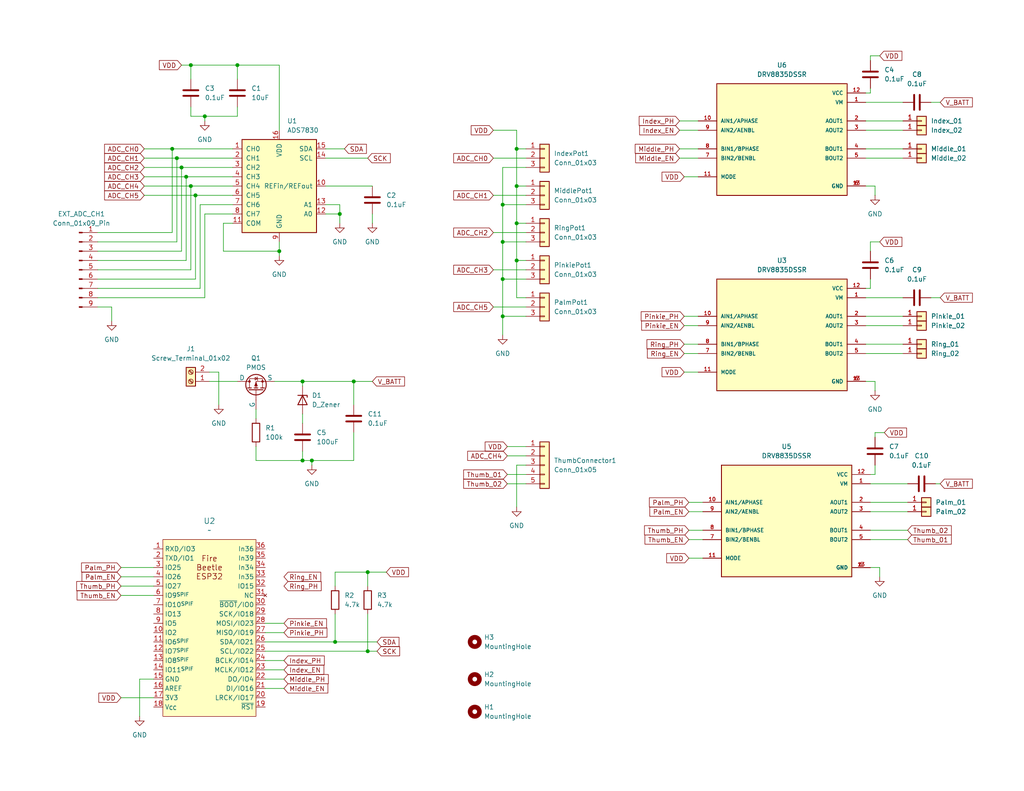
<source format=kicad_sch>
(kicad_sch (version 20250114) (generator "eeschema") (generator_version "9.0")
  (paper "USLetter")
  (title_block (title "RoboticHand") (date "10/16/2025") (rev "01") (company "ME507"))
  (lib_symbols
    (symbol "Analog_DAC:ADS7830" (pin_names (offset 1.016))
      (property "Reference" "U" (at -10.16 13.716 0))
      (property "Value" "ADS7830" (at 1.778 13.716 0))
      (symbol "ADS7830_0_1"
        (rectangle (start -10.16 12.7) (end 10.16 -12.7) (stroke (width 0.254)) (fill (type background)))
      )
      (symbol "ADS7830_1_1"
        (pin input line (at -12.7 10.16 0) (length 2.54) (name "CH0") (number "1"))
        (pin input line (at -12.7 7.62 0) (length 2.54) (name "CH1") (number "2"))
        (pin input line (at -12.7 5.08 0) (length 2.54) (name "CH2") (number "3"))
        (pin input line (at -12.7 2.54 0) (length 2.54) (name "CH3") (number "4"))
        (pin input line (at -12.7 0 0) (length 2.54) (name "CH4") (number "5"))
        (pin input line (at -12.7 -2.54 0) (length 2.54) (name "CH5") (number "6"))
        (pin input line (at -12.7 -5.08 0) (length 2.54) (name "CH6") (number "7"))
        (pin input line (at -12.7 -7.62 0) (length 2.54) (name "CH7") (number "8"))
        (pin input line (at -12.7 -10.16 0) (length 2.54) (name "COM") (number "11"))
        (pin power_in line (at 0 15.24 270) (length 2.54) (name "VDD") (number "16"))
        (pin power_in line (at 0 -15.24 90) (length 2.54) (name "GND") (number "9"))
        (pin bidirectional line (at 12.7 10.16 180) (length 2.54) (name "SDA") (number "15"))
        (pin input line (at 12.7 7.62 180) (length 2.54) (name "SCL") (number "14"))
        (pin bidirectional line (at 12.7 0 180) (length 2.54) (name "REFin/REFout") (number "10"))
        (pin input line (at 12.7 -5.08 180) (length 2.54) (name "A1") (number "13"))
        (pin input line (at 12.7 -7.62 180) (length 2.54) (name "A0") (number "12"))
      )
    )
    (symbol "Connector:Conn_01x09_Pin" (pin_names (offset 1.016) (hide yes))
      (property "Reference" "J" (at 0 12.7 0))
      (property "Value" "Conn_01x09_Pin" (at 0 -12.7 0))
      (symbol "Conn_01x09_Pin_1_1"
        (rectangle (start 0.8636 10.287) (end 0 10.033) (stroke (width 0.1524)) (fill (type outline)))
        (rectangle (start 0.8636 7.747) (end 0 7.493) (stroke (width 0.1524)) (fill (type outline)))
        (rectangle (start 0.8636 5.207) (end 0 4.953) (stroke (width 0.1524)) (fill (type outline)))
        (rectangle (start 0.8636 2.667) (end 0 2.413) (stroke (width 0.1524)) (fill (type outline)))
        (rectangle (start 0.8636 0.127) (end 0 -0.127) (stroke (width 0.1524)) (fill (type outline)))
        (rectangle (start 0.8636 -2.413) (end 0 -2.667) (stroke (width 0.1524)) (fill (type outline)))
        (rectangle (start 0.8636 -4.953) (end 0 -5.207) (stroke (width 0.1524)) (fill (type outline)))
        (rectangle (start 0.8636 -7.493) (end 0 -7.747) (stroke (width 0.1524)) (fill (type outline)))
        (rectangle (start 0.8636 -10.033) (end 0 -10.287) (stroke (width 0.1524)) (fill (type outline)))
        (polyline (pts (xy 1.27 10.16) (xy 0.8636 10.16)) (stroke (width 0.1524)))
        (polyline (pts (xy 1.27 7.62) (xy 0.8636 7.62)) (stroke (width 0.1524)))
        (polyline (pts (xy 1.27 5.08) (xy 0.8636 5.08)) (stroke (width 0.1524)))
        (polyline (pts (xy 1.27 2.54) (xy 0.8636 2.54)) (stroke (width 0.1524)))
        (polyline (pts (xy 1.27 0) (xy 0.8636 0)) (stroke (width 0.1524)))
        (polyline (pts (xy 1.27 -2.54) (xy 0.8636 -2.54)) (stroke (width 0.1524)))
        (polyline (pts (xy 1.27 -5.08) (xy 0.8636 -5.08)) (stroke (width 0.1524)))
        (polyline (pts (xy 1.27 -7.62) (xy 0.8636 -7.62)) (stroke (width 0.1524)))
        (polyline (pts (xy 1.27 -10.16) (xy 0.8636 -10.16)) (stroke (width 0.1524)))
        (pin passive line (at 5.08 10.16 180) (length 3.81) (name "Pin_1") (number "1"))
        (pin passive line (at 5.08 7.62 180) (length 3.81) (name "Pin_2") (number "2"))
        (pin passive line (at 5.08 5.08 180) (length 3.81) (name "Pin_3") (number "3"))
        (pin passive line (at 5.08 2.54 180) (length 3.81) (name "Pin_4") (number "4"))
        (pin passive line (at 5.08 0 180) (length 3.81) (name "Pin_5") (number "5"))
        (pin passive line (at 5.08 -2.54 180) (length 3.81) (name "Pin_6") (number "6"))
        (pin passive line (at 5.08 -5.08 180) (length 3.81) (name "Pin_7") (number "7"))
        (pin passive line (at 5.08 -7.62 180) (length 3.81) (name "Pin_8") (number "8"))
        (pin passive line (at 5.08 -10.16 180) (length 3.81) (name "Pin_9") (number "9"))
      )
    )
    (symbol "Connector:Screw_Terminal_01x02" (pin_names (offset 1.016) (hide yes))
      (property "Reference" "J" (at 0 2.54 0))
      (property "Value" "Screw_Terminal_01x02" (at 0 -5.08 0))
      (symbol "Screw_Terminal_01x02_1_1"
        (rectangle (start -1.27 1.27) (end 1.27 -3.81) (stroke (width 0.254)) (fill (type background)))
        (polyline (pts (xy -0.5334 0.3302) (xy 0.3302 -0.508)) (stroke (width 0.1524)))
        (polyline (pts (xy -0.5334 -2.2098) (xy 0.3302 -3.048)) (stroke (width 0.1524)))
        (polyline (pts (xy -0.3556 0.508) (xy 0.508 -0.3302)) (stroke (width 0.1524)))
        (polyline (pts (xy -0.3556 -2.032) (xy 0.508 -2.8702)) (stroke (width 0.1524)))
        (circle (center 0 0) (radius 0.635) (stroke (width 0.1524)))
        (circle (center 0 -2.54) (radius 0.635) (stroke (width 0.1524)))
        (pin passive line (at -5.08 0 0) (length 3.81) (name "Pin_1") (number "1"))
        (pin passive line (at -5.08 -2.54 0) (length 3.81) (name "Pin_2") (number "2"))
      )
    )
    (symbol "Connector_Generic:Conn_01x01" (pin_names (offset 1.016) (hide yes))
      (property "Reference" "J" (at 0 2.54 0))
      (property "Value" "Conn_01x01" (at 0 -2.54 0))
      (symbol "Conn_01x01_1_1"
        (rectangle (start -1.27 1.27) (end 1.27 -1.27) (stroke (width 0.254)) (fill (type background)))
        (rectangle (start -1.27 0.127) (end 0 -0.127) (stroke (width 0.1524)))
        (pin passive line (at -5.08 0 0) (length 3.81) (name "Pin_1") (number "1"))
      )
    )
    (symbol "Connector_Generic:Conn_01x03" (pin_names (offset 1.016) (hide yes))
      (property "Reference" "J" (at 0 5.08 0))
      (property "Value" "Conn_01x03" (at 0 -5.08 0))
      (symbol "Conn_01x03_1_1"
        (rectangle (start -1.27 3.81) (end 1.27 -3.81) (stroke (width 0.254)) (fill (type background)))
        (rectangle (start -1.27 2.667) (end 0 2.413) (stroke (width 0.1524)))
        (rectangle (start -1.27 0.127) (end 0 -0.127) (stroke (width 0.1524)))
        (rectangle (start -1.27 -2.413) (end 0 -2.667) (stroke (width 0.1524)))
        (pin passive line (at -5.08 2.54 0) (length 3.81) (name "Pin_1") (number "1"))
        (pin passive line (at -5.08 0 0) (length 3.81) (name "Pin_2") (number "2"))
        (pin passive line (at -5.08 -2.54 0) (length 3.81) (name "Pin_3") (number "3"))
      )
    )
    (symbol "Connector_Generic:Conn_01x05" (pin_names (offset 1.016) (hide yes))
      (property "Reference" "J" (at 0 7.62 0))
      (property "Value" "Conn_01x05" (at 0 -7.62 0))
      (symbol "Conn_01x05_1_1"
        (rectangle (start -1.27 6.35) (end 1.27 -6.35) (stroke (width 0.254)) (fill (type background)))
        (rectangle (start -1.27 5.207) (end 0 4.953) (stroke (width 0.1524)))
        (rectangle (start -1.27 2.667) (end 0 2.413) (stroke (width 0.1524)))
        (rectangle (start -1.27 0.127) (end 0 -0.127) (stroke (width 0.1524)))
        (rectangle (start -1.27 -2.413) (end 0 -2.667) (stroke (width 0.1524)))
        (rectangle (start -1.27 -4.953) (end 0 -5.207) (stroke (width 0.1524)))
        (pin passive line (at -5.08 5.08 0) (length 3.81) (name "Pin_1") (number "1"))
        (pin passive line (at -5.08 2.54 0) (length 3.81) (name "Pin_2") (number "2"))
        (pin passive line (at -5.08 0 0) (length 3.81) (name "Pin_3") (number "3"))
        (pin passive line (at -5.08 -2.54 0) (length 3.81) (name "Pin_4") (number "4"))
        (pin passive line (at -5.08 -5.08 0) (length 3.81) (name "Pin_5") (number "5"))
      )
    )
    (symbol "DRV8835DSSR:DRV8835DSSR" (pin_names (offset 1.016))
      (property "Reference" "U" (at -17.78 15.748 0))
      (property "Value" "DRV8835DSSR" (at -17.78 -17.78 0))
      (symbol "DRV8835DSSR_0_0"
        (rectangle (start -17.78 -15.24) (end 17.78 15.24) (stroke (width 0.254)) (fill (type background)))
        (pin input line (at -22.86 5.08 0) (length 5.08) (name "AIN1/APHASE") (number "10"))
        (pin input line (at -22.86 2.54 0) (length 5.08) (name "AIN2/AENBL") (number "9"))
        (pin input line (at -22.86 -2.54 0) (length 5.08) (name "BIN1/BPHASE") (number "8"))
        (pin input line (at -22.86 -5.08 0) (length 5.08) (name "BIN2/BENBL") (number "7"))
        (pin input line (at -22.86 -10.16 0) (length 5.08) (name "MODE") (number "11"))
        (pin power_in line (at 22.86 12.7 180) (length 5.08) (name "VCC") (number "12"))
        (pin power_in line (at 22.86 10.16 180) (length 5.08) (name "VM") (number "1"))
        (pin output line (at 22.86 5.08 180) (length 5.08) (name "AOUT1") (number "2"))
        (pin output line (at 22.86 2.54 180) (length 5.08) (name "AOUT2") (number "3"))
        (pin output line (at 22.86 -2.54 180) (length 5.08) (name "BOUT1") (number "4"))
        (pin output line (at 22.86 -5.08 180) (length 5.08) (name "BOUT2") (number "5"))
        (pin power_in line (at 22.86 -12.7 180) (length 5.08) (name "GND") (number "13"))
        (pin power_in line (at 22.86 -12.7 180) (length 5.08) (name "GND") (number "6"))
      )
    )
    (symbol "Device:C" (pin_numbers (hide yes)) (pin_names (offset 0.254))
      (property "Reference" "C" (at 0.635 2.54 0))
      (property "Value" "C" (at 0.635 -2.54 0))
      (symbol "C_0_1"
        (polyline (pts (xy -2.032 0.762) (xy 2.032 0.762)) (stroke (width 0.508)))
        (polyline (pts (xy -2.032 -0.762) (xy 2.032 -0.762)) (stroke (width 0.508)))
      )
      (symbol "C_1_1"
        (pin passive line (at 0 3.81 270) (length 2.794) (name "~") (number "1"))
        (pin passive line (at 0 -3.81 90) (length 2.794) (name "~") (number "2"))
      )
    )
    (symbol "Device:D_Zener" (pin_numbers (hide yes)) (pin_names (offset 1.016) (hide yes))
      (property "Reference" "D" (at 0 2.54 0))
      (property "Value" "D_Zener" (at 0 -2.54 0))
      (symbol "D_Zener_0_1"
        (polyline (pts (xy -1.27 -1.27) (xy -1.27 1.27) (xy -0.762 1.27)) (stroke (width 0.254)))
        (polyline (pts (xy 1.27 0) (xy -1.27 0)))
        (polyline (pts (xy 1.27 -1.27) (xy 1.27 1.27) (xy -1.27 0) (xy 1.27 -1.27)) (stroke (width 0.254)))
      )
      (symbol "D_Zener_1_1"
        (pin passive line (at -3.81 0 0) (length 2.54) (name "K") (number "1"))
        (pin passive line (at 3.81 0 180) (length 2.54) (name "A") (number "2"))
      )
    )
    (symbol "Device:R" (pin_numbers (hide yes)) (pin_names (offset 0))
      (property "Reference" "R" (at 2.032 0 90))
      (property "Value" "R" (at 0 0 90))
      (symbol "R_0_1"
        (rectangle (start -1.016 -2.54) (end 1.016 2.54) (stroke (width 0.254)))
      )
      (symbol "R_1_1"
        (pin passive line (at 0 3.81 270) (length 1.27) (name "~") (number "1"))
        (pin passive line (at 0 -3.81 90) (length 1.27) (name "~") (number "2"))
      )
    )
    (symbol "ME507F24:FireBeetle-ESP32"
      (property "Reference" "U" (at -2.2226 9.1862 0))
      (symbol "FireBeetle-ESP32_1_1"
        (polyline (pts (xy -12.7 22.86) (xy 12.7 22.86) (xy 12.7 -25.4) (xy -12.7 -25.4) (xy -12.7 22.86)) (fill (type background)))
        (text "Fire\nBeetle\nESP32" (at 0 15.24 0) (effects (font (size 1.524 1.524))))
        (pin bidirectional line (at -15.24 20.32 0) (length 2.54) (name "RXD/IO3") (number "1"))
        (pin bidirectional line (at -15.24 17.78 0) (length 2.54) (name "TXD/IO1") (number "2"))
        (pin bidirectional line (at -15.24 15.24 0) (length 2.54) (name "IO25") (number "3"))
        (pin bidirectional line (at -15.24 12.7 0) (length 2.54) (name "IO26") (number "4"))
        (pin bidirectional line (at -15.24 10.16 0) (length 2.54) (name "IO27") (number "5"))
        (pin unspecified line (at -15.24 7.62 0) (length 2.54) (name "IO9^{SPIF}") (number "6"))
        (pin unspecified line (at -15.24 5.08 0) (length 2.54) (name "IO10^{SPIF}") (number "7"))
        (pin bidirectional line (at -15.24 2.54 0) (length 2.54) (name "IO13") (number "8"))
        (pin bidirectional line (at -15.24 0 0) (length 2.54) (name "IO5") (number "9"))
        (pin bidirectional line (at -15.24 -2.54 0) (length 2.54) (name "IO2") (number "10"))
        (pin unspecified line (at -15.24 -5.08 0) (length 2.54) (name "IO6^{SPIF}") (number "11"))
        (pin unspecified line (at -15.24 -7.62 0) (length 2.54) (name "IO7^{SPIF}") (number "12"))
        (pin unspecified line (at -15.24 -10.16 0) (length 2.54) (name "IO8^{SPIF}") (number "13"))
        (pin unspecified line (at -15.24 -12.7 0) (length 2.54) (name "IO11^{SPIF}") (number "14"))
        (pin power_in line (at -15.24 -15.24 0) (length 2.54) (name "GND") (number "15"))
        (pin input line (at -15.24 -17.78 0) (length 2.54) (name "AREF") (number "16"))
        (pin power_out line (at -15.24 -20.32 0) (length 2.54) (name "3V3") (number "17"))
        (pin unspecified line (at -15.24 -22.86 0) (length 2.54) (name "V_{CC}") (number "18"))
        (pin input line (at 15.24 20.32 180) (length 2.54) (name "In36") (number "36"))
        (pin input line (at 15.24 17.78 180) (length 2.54) (name "In39") (number "35"))
        (pin input line (at 15.24 15.24 180) (length 2.54) (name "In34") (number "34"))
        (pin input line (at 15.24 12.7 180) (length 2.54) (name "In35") (number "33"))
        (pin bidirectional line (at 15.24 10.16 180) (length 2.54) (name "IO15") (number "32"))
        (pin no_connect line (at 15.24 7.62 180) (length 2.54) (name "NC") (number "31"))
        (pin bidirectional line (at 15.24 5.08 180) (length 2.54) (name "~{BOOT}/IO0") (number "30"))
        (pin bidirectional line (at 15.24 2.54 180) (length 2.54) (name "SCK/IO18") (number "29"))
        (pin bidirectional line (at 15.24 0 180) (length 2.54) (name "MOSI/IO23") (number "28"))
        (pin bidirectional line (at 15.24 -2.54 180) (length 2.54) (name "MISO/IO19") (number "27"))
        (pin bidirectional line (at 15.24 -5.08 180) (length 2.54) (name "SDA/IO21") (number "26"))
        (pin bidirectional line (at 15.24 -7.62 180) (length 2.54) (name "SCL/IO22") (number "25"))
        (pin bidirectional line (at 15.24 -10.16 180) (length 2.54) (name "BCLK/IO14") (number "24"))
        (pin bidirectional line (at 15.24 -12.7 180) (length 2.54) (name "MCLK/IO12") (number "23"))
        (pin bidirectional line (at 15.24 -15.24 180) (length 2.54) (name "DO/IO4") (number "22"))
        (pin bidirectional line (at 15.24 -17.78 180) (length 2.54) (name "DI/IO16") (number "21"))
        (pin bidirectional line (at 15.24 -20.32 180) (length 2.54) (name "LRCK/IO17") (number "20"))
        (pin bidirectional line (at 15.24 -22.86 180) (length 2.54) (name "~{RST}") (number "19"))
      )
    )
    (symbol "Mechanical:MountingHole" (pin_names (offset 1.016)) (in_bom no)
      (property "Reference" "H" (at 0 5.08 0))
      (property "Value" "MountingHole" (at 0 3.175 0))
      (symbol "MountingHole_0_1"
        (circle (center 0 0) (radius 1.27) (stroke (width 1.27)))
      )
    )
    (symbol "Simulation_SPICE:PMOS" (pin_numbers (hide yes)) (pin_names (offset 0))
      (property "Reference" "Q" (at 5.08 1.27 0))
      (property "Value" "PMOS" (at 5.08 -1.27 0))
      (symbol "PMOS_0_1"
        (polyline (pts (xy 0.254 1.905) (xy 0.254 -1.905)) (stroke (width 0.254)))
        (polyline (pts (xy 0.254 0) (xy -2.54 0)))
        (polyline (pts (xy 0.762 2.286) (xy 0.762 1.27)) (stroke (width 0.254)))
        (polyline (pts (xy 0.762 1.778) (xy 3.302 1.778) (xy 3.302 -1.778) (xy 0.762 -1.778)))
        (polyline (pts (xy 0.762 0.508) (xy 0.762 -0.508)) (stroke (width 0.254)))
        (polyline (pts (xy 0.762 -1.27) (xy 0.762 -2.286)) (stroke (width 0.254)))
        (circle (center 1.651 0) (radius 2.794) (stroke (width 0.254)))
        (polyline (pts (xy 2.286 0) (xy 1.27 0.381) (xy 1.27 -0.381) (xy 2.286 0)) (fill (type outline)))
        (polyline (pts (xy 2.54 2.54) (xy 2.54 1.778)))
        (circle (center 2.54 1.778) (radius 0.254) (fill (type outline)))
        (circle (center 2.54 -1.778) (radius 0.254) (fill (type outline)))
        (polyline (pts (xy 2.54 -2.54) (xy 2.54 0) (xy 0.762 0)))
        (polyline (pts (xy 2.794 -0.508) (xy 2.921 -0.381) (xy 3.683 -0.381) (xy 3.81 -0.254)))
        (polyline (pts (xy 3.302 -0.381) (xy 2.921 0.254) (xy 3.683 0.254) (xy 3.302 -0.381)))
      )
      (symbol "PMOS_1_1"
        (pin input line (at -5.08 0 0) (length 2.54) (name "G") (number "2"))
        (pin passive line (at 2.54 5.08 270) (length 2.54) (name "D") (number "1"))
        (pin passive line (at 2.54 -5.08 90) (length 2.54) (name "S") (number "3"))
      )
    )
    (symbol "power:GND" (power) (pin_numbers (hide yes)) (pin_names (offset 0) (hide yes))
      (property "Value" "GND" (at 0 -3.81 0))
      (symbol "GND_0_1"
        (polyline (pts (xy 0 0) (xy 0 -1.27) (xy 1.27 -1.27) (xy 0 -2.54) (xy -1.27 -1.27) (xy 0 -1.27)))
      )
      (symbol "GND_1_1"
        (pin power_in line (at 0 0 270) (length 0) (name "~") (number "1"))
      )
    )
  )
  (junction (at 76.2 68.58))
  (junction (at 49.53 45.72))
  (junction (at 64.77 17.78))
  (junction (at 48.26 43.18))
  (junction (at 137.16 55.88))
  (junction (at 91.44 175.26))
  (junction (at 137.16 86.36))
  (junction (at 46.99 40.64))
  (junction (at 92.71 58.42))
  (junction (at 82.55 104.14))
  (junction (at 140.97 50.8))
  (junction (at 100.33 177.8))
  (junction (at 96.52 104.14))
  (junction (at 140.97 40.64))
  (junction (at 82.55 125.73))
  (junction (at 137.16 76.2))
  (junction (at 52.07 17.78))
  (junction (at 100.33 156.21))
  (junction (at 140.97 71.12))
  (junction (at 140.97 60.96))
  (junction (at 53.34 53.34))
  (junction (at 55.88 31.75))
  (junction (at 85.09 125.73))
  (junction (at 52.07 50.8))
  (junction (at 50.8 48.26))
  (junction (at 137.16 66.04))
  (wire (pts (xy 53.34 76.2) (xy 53.34 53.34)))
  (wire (pts (xy 50.8 48.26) (xy 63.5 48.26)))
  (wire (pts (xy 187.96 147.32) (xy 191.77 147.32)))
  (wire (pts (xy 134.62 73.66) (xy 143.51 73.66)))
  (wire (pts (xy 33.02 157.48) (xy 41.91 157.48)))
  (wire (pts (xy 134.62 53.34) (xy 143.51 53.34)))
  (wire (pts (xy 82.55 125.73) (xy 85.09 125.73)))
  (wire (pts (xy 55.88 31.75) (xy 55.88 33.02)))
  (wire (pts (xy 69.85 125.73) (xy 82.55 125.73)))
  (wire (pts (xy 237.49 66.04) (xy 240.03 66.04)))
  (wire (pts (xy 48.26 66.04) (xy 48.26 43.18)))
  (wire (pts (xy 143.51 127) (xy 140.97 127)))
  (wire (pts (xy 55.88 81.28) (xy 55.88 58.42)))
  (wire (pts (xy 60.96 68.58) (xy 76.2 68.58)))
  (wire (pts (xy 74.93 104.14) (xy 82.55 104.14)))
  (wire (pts (xy 237.49 154.94) (xy 240.03 154.94)))
  (wire (pts (xy 237.49 78.74) (xy 237.49 76.2)))
  (wire (pts (xy 69.85 121.92) (xy 69.85 125.73)))
  (wire (pts (xy 236.22 35.56) (xy 246.38 35.56)))
  (wire (pts (xy 240.03 154.94) (xy 240.03 157.48)))
  (wire (pts (xy 91.44 167.64) (xy 91.44 175.26)))
  (wire (pts (xy 26.67 78.74) (xy 54.61 78.74)))
  (wire (pts (xy 237.49 25.4) (xy 236.22 25.4)))
  (wire (pts (xy 137.16 76.2) (xy 137.16 86.36)))
  (wire (pts (xy 82.55 104.14) (xy 82.55 105.41)))
  (wire (pts (xy 187.96 152.4) (xy 191.77 152.4)))
  (wire (pts (xy 39.37 48.26) (xy 50.8 48.26)))
  (wire (pts (xy 52.07 17.78) (xy 52.07 21.59)))
  (wire (pts (xy 187.96 144.78) (xy 191.77 144.78)))
  (wire (pts (xy 236.22 88.9) (xy 246.38 88.9)))
  (wire (pts (xy 52.07 31.75) (xy 55.88 31.75)))
  (wire (pts (xy 63.5 60.96) (xy 60.96 60.96)))
  (wire (pts (xy 26.67 63.5) (xy 46.99 63.5)))
  (wire (pts (xy 236.22 93.98) (xy 246.38 93.98)))
  (wire (pts (xy 185.42 40.64) (xy 190.5 40.64)))
  (wire (pts (xy 30.48 83.82) (xy 30.48 87.63)))
  (wire (pts (xy 39.37 53.34) (xy 53.34 53.34)))
  (wire (pts (xy 143.51 66.04) (xy 137.16 66.04)))
  (wire (pts (xy 48.26 43.18) (xy 63.5 43.18)))
  (wire (pts (xy 72.39 170.18) (xy 77.47 170.18)))
  (wire (pts (xy 88.9 50.8) (xy 101.6 50.8)))
  (wire (pts (xy 187.96 137.16) (xy 191.77 137.16)))
  (wire (pts (xy 237.49 132.08) (xy 247.65 132.08)))
  (wire (pts (xy 53.34 53.34) (xy 63.5 53.34)))
  (wire (pts (xy 60.96 60.96) (xy 60.96 68.58)))
  (wire (pts (xy 140.97 35.56) (xy 134.62 35.56)))
  (wire (pts (xy 236.22 104.14) (xy 238.76 104.14)))
  (wire (pts (xy 237.49 24.13) (xy 237.49 25.4)))
  (wire (pts (xy 137.16 66.04) (xy 137.16 76.2)))
  (wire (pts (xy 72.39 185.42) (xy 77.47 185.42)))
  (wire (pts (xy 140.97 71.12) (xy 140.97 81.28)))
  (wire (pts (xy 55.88 58.42) (xy 63.5 58.42)))
  (wire (pts (xy 26.67 81.28) (xy 55.88 81.28)))
  (wire (pts (xy 88.9 43.18) (xy 100.33 43.18)))
  (wire (pts (xy 91.44 175.26) (xy 102.87 175.26)))
  (wire (pts (xy 143.51 81.28) (xy 140.97 81.28)))
  (wire (pts (xy 254 81.28) (xy 256.54 81.28)))
  (wire (pts (xy 100.33 156.21) (xy 100.33 160.02)))
  (wire (pts (xy 140.97 40.64) (xy 140.97 35.56)))
  (wire (pts (xy 143.51 40.64) (xy 140.97 40.64)))
  (wire (pts (xy 254 27.94) (xy 256.54 27.94)))
  (wire (pts (xy 64.77 21.59) (xy 64.77 17.78)))
  (wire (pts (xy 238.76 129.54) (xy 237.49 129.54)))
  (wire (pts (xy 137.16 55.88) (xy 137.16 66.04)))
  (wire (pts (xy 186.69 101.6) (xy 190.5 101.6)))
  (wire (pts (xy 96.52 125.73) (xy 85.09 125.73)))
  (wire (pts (xy 49.53 17.78) (xy 52.07 17.78)))
  (wire (pts (xy 236.22 81.28) (xy 246.38 81.28)))
  (wire (pts (xy 76.2 68.58) (xy 76.2 69.85)))
  (wire (pts (xy 186.69 96.52) (xy 190.5 96.52)))
  (wire (pts (xy 237.49 137.16) (xy 247.65 137.16)))
  (wire (pts (xy 143.51 76.2) (xy 137.16 76.2)))
  (wire (pts (xy 237.49 139.7) (xy 247.65 139.7)))
  (wire (pts (xy 33.02 190.5) (xy 41.91 190.5)))
  (wire (pts (xy 138.43 129.54) (xy 143.51 129.54)))
  (wire (pts (xy 49.53 68.58) (xy 49.53 45.72)))
  (wire (pts (xy 72.39 177.8) (xy 100.33 177.8)))
  (wire (pts (xy 82.55 104.14) (xy 96.52 104.14)))
  (wire (pts (xy 76.2 35.56) (xy 76.2 17.78)))
  (wire (pts (xy 143.51 60.96) (xy 140.97 60.96)))
  (wire (pts (xy 91.44 160.02) (xy 91.44 156.21)))
  (wire (pts (xy 64.77 17.78) (xy 52.07 17.78)))
  (wire (pts (xy 72.39 180.34) (xy 77.47 180.34)))
  (wire (pts (xy 100.33 156.21) (xy 105.41 156.21)))
  (wire (pts (xy 41.91 185.42) (xy 38.1 185.42)))
  (wire (pts (xy 238.76 50.8) (xy 238.76 53.34)))
  (wire (pts (xy 91.44 156.21) (xy 100.33 156.21)))
  (wire (pts (xy 57.15 104.14) (xy 64.77 104.14)))
  (wire (pts (xy 54.61 78.74) (xy 54.61 55.88)))
  (wire (pts (xy 140.97 50.8) (xy 140.97 40.64)))
  (wire (pts (xy 76.2 17.78) (xy 64.77 17.78)))
  (wire (pts (xy 85.09 125.73) (xy 85.09 127)))
  (wire (pts (xy 64.77 29.21) (xy 64.77 31.75)))
  (wire (pts (xy 236.22 86.36) (xy 246.38 86.36)))
  (wire (pts (xy 236.22 43.18) (xy 246.38 43.18)))
  (wire (pts (xy 140.97 127) (xy 140.97 138.43)))
  (wire (pts (xy 26.67 76.2) (xy 53.34 76.2)))
  (wire (pts (xy 143.51 45.72) (xy 137.16 45.72)))
  (wire (pts (xy 185.42 43.18) (xy 190.5 43.18)))
  (wire (pts (xy 186.69 88.9) (xy 190.5 88.9)))
  (wire (pts (xy 143.51 50.8) (xy 140.97 50.8)))
  (wire (pts (xy 59.69 101.6) (xy 59.69 110.49)))
  (wire (pts (xy 237.49 68.58) (xy 237.49 66.04)))
  (wire (pts (xy 143.51 86.36) (xy 137.16 86.36)))
  (wire (pts (xy 138.43 124.46) (xy 143.51 124.46)))
  (wire (pts (xy 236.22 40.64) (xy 246.38 40.64)))
  (wire (pts (xy 240.03 15.24) (xy 237.49 15.24)))
  (wire (pts (xy 82.55 113.03) (xy 82.55 115.57)))
  (wire (pts (xy 187.96 139.7) (xy 191.77 139.7)))
  (wire (pts (xy 50.8 71.12) (xy 50.8 48.26)))
  (wire (pts (xy 236.22 50.8) (xy 238.76 50.8)))
  (wire (pts (xy 57.15 101.6) (xy 59.69 101.6)))
  (wire (pts (xy 52.07 29.21) (xy 52.07 31.75)))
  (wire (pts (xy 26.67 83.82) (xy 30.48 83.82)))
  (wire (pts (xy 33.02 162.56) (xy 41.91 162.56)))
  (wire (pts (xy 26.67 71.12) (xy 50.8 71.12)))
  (wire (pts (xy 46.99 63.5) (xy 46.99 40.64)))
  (wire (pts (xy 237.49 15.24) (xy 237.49 16.51)))
  (wire (pts (xy 143.51 55.88) (xy 137.16 55.88)))
  (wire (pts (xy 33.02 154.94) (xy 41.91 154.94)))
  (wire (pts (xy 101.6 58.42) (xy 101.6 60.96)))
  (wire (pts (xy 88.9 40.64) (xy 93.98 40.64)))
  (wire (pts (xy 236.22 78.74) (xy 237.49 78.74)))
  (wire (pts (xy 76.2 66.04) (xy 76.2 68.58)))
  (wire (pts (xy 238.76 118.11) (xy 238.76 119.38)))
  (wire (pts (xy 238.76 127) (xy 238.76 129.54)))
  (wire (pts (xy 39.37 43.18) (xy 48.26 43.18)))
  (wire (pts (xy 72.39 187.96) (xy 77.47 187.96)))
  (wire (pts (xy 49.53 45.72) (xy 63.5 45.72)))
  (wire (pts (xy 185.42 35.56) (xy 190.5 35.56)))
  (wire (pts (xy 137.16 86.36) (xy 137.16 91.44)))
  (wire (pts (xy 33.02 160.02) (xy 41.91 160.02)))
  (wire (pts (xy 137.16 45.72) (xy 137.16 55.88)))
  (wire (pts (xy 237.49 144.78) (xy 247.65 144.78)))
  (wire (pts (xy 88.9 55.88) (xy 92.71 55.88)))
  (wire (pts (xy 26.67 73.66) (xy 52.07 73.66)))
  (wire (pts (xy 96.52 104.14) (xy 101.6 104.14)))
  (wire (pts (xy 255.27 132.08) (xy 256.54 132.08)))
  (wire (pts (xy 88.9 58.42) (xy 92.71 58.42)))
  (wire (pts (xy 134.62 63.5) (xy 143.51 63.5)))
  (wire (pts (xy 236.22 96.52) (xy 246.38 96.52)))
  (wire (pts (xy 82.55 123.19) (xy 82.55 125.73)))
  (wire (pts (xy 72.39 172.72) (xy 77.47 172.72)))
  (wire (pts (xy 92.71 55.88) (xy 92.71 58.42)))
  (wire (pts (xy 100.33 177.8) (xy 102.87 177.8)))
  (wire (pts (xy 92.71 58.42) (xy 92.71 60.96)))
  (wire (pts (xy 100.33 167.64) (xy 100.33 177.8)))
  (wire (pts (xy 186.69 86.36) (xy 190.5 86.36)))
  (wire (pts (xy 39.37 50.8) (xy 52.07 50.8)))
  (wire (pts (xy 64.77 31.75) (xy 55.88 31.75)))
  (wire (pts (xy 186.69 48.26) (xy 190.5 48.26)))
  (wire (pts (xy 54.61 55.88) (xy 63.5 55.88)))
  (wire (pts (xy 185.42 33.02) (xy 190.5 33.02)))
  (wire (pts (xy 140.97 60.96) (xy 140.97 50.8)))
  (wire (pts (xy 26.67 66.04) (xy 48.26 66.04)))
  (wire (pts (xy 72.39 182.88) (xy 77.47 182.88)))
  (wire (pts (xy 236.22 27.94) (xy 246.38 27.94)))
  (wire (pts (xy 52.07 73.66) (xy 52.07 50.8)))
  (wire (pts (xy 38.1 185.42) (xy 38.1 195.58)))
  (wire (pts (xy 134.62 43.18) (xy 143.51 43.18)))
  (wire (pts (xy 52.07 50.8) (xy 63.5 50.8)))
  (wire (pts (xy 96.52 118.11) (xy 96.52 125.73)))
  (wire (pts (xy 46.99 40.64) (xy 63.5 40.64)))
  (wire (pts (xy 39.37 45.72) (xy 49.53 45.72)))
  (wire (pts (xy 138.43 121.92) (xy 143.51 121.92)))
  (wire (pts (xy 186.69 93.98) (xy 190.5 93.98)))
  (wire (pts (xy 236.22 33.02) (xy 246.38 33.02)))
  (wire (pts (xy 138.43 132.08) (xy 143.51 132.08)))
  (wire (pts (xy 143.51 71.12) (xy 140.97 71.12)))
  (wire (pts (xy 26.67 68.58) (xy 49.53 68.58)))
  (wire (pts (xy 140.97 60.96) (xy 140.97 71.12)))
  (wire (pts (xy 39.37 40.64) (xy 46.99 40.64)))
  (wire (pts (xy 238.76 104.14) (xy 238.76 106.68)))
  (wire (pts (xy 96.52 104.14) (xy 96.52 110.49)))
  (wire (pts (xy 241.3 118.11) (xy 238.76 118.11)))
  (wire (pts (xy 134.62 83.82) (xy 143.51 83.82)))
  (wire (pts (xy 69.85 111.76) (xy 69.85 114.3)))
  (wire (pts (xy 72.39 175.26) (xy 91.44 175.26)))
  (wire (pts (xy 237.49 147.32) (xy 247.65 147.32)))
  (global_label "Ring_PH" (shape input) (at 186.69 93.98 180) (property "Intersheetrefs" "${INTERSHEET_REFS}" (effects (hide yes))))
  (global_label "Index_PH" (shape input) (at 77.47 180.34 0) (property "Intersheetrefs" "${INTERSHEET_REFS}" (effects (hide yes))))
  (global_label "Thumb_02" (shape input) (at 138.43 132.08 180) (property "Intersheetrefs" "${INTERSHEET_REFS}" (effects (hide yes))))
  (global_label "Thumb_PH" (shape input) (at 33.02 160.02 180) (property "Intersheetrefs" "${INTERSHEET_REFS}" (effects (hide yes))))
  (global_label "Index_EN" (shape input) (at 77.47 182.88 0) (property "Intersheetrefs" "${INTERSHEET_REFS}" (effects (hide yes))))
  (global_label "ADC_CH4" (shape input) (at 39.37 50.8 180) (property "Intersheetrefs" "${INTERSHEET_REFS}" (effects (hide yes))))
  (global_label "Palm_PH" (shape input) (at 33.02 154.94 180) (property "Intersheetrefs" "${INTERSHEET_REFS}" (effects (hide yes))))
  (global_label "Thumb_EN" (shape input) (at 33.02 162.56 180) (property "Intersheetrefs" "${INTERSHEET_REFS}" (effects (hide yes))))
  (global_label "ADC_CH3" (shape input) (at 134.62 73.66 180) (property "Intersheetrefs" "${INTERSHEET_REFS}" (effects (hide yes))))
  (global_label "Pinkie_PH" (shape input) (at 77.47 172.72 0) (property "Intersheetrefs" "${INTERSHEET_REFS}" (effects (hide yes))))
  (global_label "SCK" (shape input) (at 100.33 43.18 0) (property "Intersheetrefs" "${INTERSHEET_REFS}" (effects (hide yes))))
  (global_label "ADC_CH0" (shape input) (at 134.62 43.18 180) (property "Intersheetrefs" "${INTERSHEET_REFS}" (effects (hide yes))))
  (global_label "V_BATT" (shape input) (at 256.54 132.08 0) (property "Intersheetrefs" "${INTERSHEET_REFS}" (effects (hide yes))))
  (global_label "ADC_CH5" (shape input) (at 39.37 53.34 180) (property "Intersheetrefs" "${INTERSHEET_REFS}" (effects (hide yes))))
  (global_label "Middle_PH" (shape input) (at 77.47 185.42 0) (property "Intersheetrefs" "${INTERSHEET_REFS}" (effects (hide yes))))
  (global_label "Thumb_EN" (shape input) (at 187.96 147.32 180) (property "Intersheetrefs" "${INTERSHEET_REFS}" (effects (hide yes))))
  (global_label "Middle_EN" (shape input) (at 77.47 187.96 0) (property "Intersheetrefs" "${INTERSHEET_REFS}" (effects (hide yes))))
  (global_label "ADC_CH3" (shape input) (at 39.37 48.26 180) (property "Intersheetrefs" "${INTERSHEET_REFS}" (effects (hide yes))))
  (global_label "VDD" (shape input) (at 138.43 121.92 180) (property "Intersheetrefs" "${INTERSHEET_REFS}" (effects (hide yes))))
  (global_label "SCK" (shape input) (at 102.87 177.8 0) (property "Intersheetrefs" "${INTERSHEET_REFS}" (effects (hide yes))))
  (global_label "Pinkie_EN" (shape input) (at 77.47 170.18 0) (property "Intersheetrefs" "${INTERSHEET_REFS}" (effects (hide yes))))
  (global_label "V_BATT" (shape input) (at 256.54 81.28 0) (property "Intersheetrefs" "${INTERSHEET_REFS}" (effects (hide yes))))
  (global_label "V_BATT" (shape input) (at 101.6 104.14 0) (property "Intersheetrefs" "${INTERSHEET_REFS}" (effects (hide yes))))
  (global_label "VDD" (shape input) (at 241.3 118.11 0) (property "Intersheetrefs" "${INTERSHEET_REFS}" (effects (hide yes))))
  (global_label "SDA" (shape input) (at 93.98 40.64 0) (property "Intersheetrefs" "${INTERSHEET_REFS}" (effects (hide yes))))
  (global_label "Index_EN" (shape input) (at 185.42 35.56 180) (property "Intersheetrefs" "${INTERSHEET_REFS}" (effects (hide yes))))
  (global_label "Palm_EN" (shape input) (at 33.02 157.48 180) (property "Intersheetrefs" "${INTERSHEET_REFS}" (effects (hide yes))))
  (global_label "Index_PH" (shape input) (at 185.42 33.02 180) (property "Intersheetrefs" "${INTERSHEET_REFS}" (effects (hide yes))))
  (global_label "Ring_PH" (shape input) (at 77.47 160.02 0) (property "Intersheetrefs" "${INTERSHEET_REFS}" (effects (hide yes))))
  (global_label "ADC_CH2" (shape input) (at 39.37 45.72 180) (property "Intersheetrefs" "${INTERSHEET_REFS}" (effects (hide yes))))
  (global_label "Pinkie_PH" (shape input) (at 186.69 86.36 180) (property "Intersheetrefs" "${INTERSHEET_REFS}" (effects (hide yes))))
  (global_label "ADC_CH2" (shape input) (at 134.62 63.5 180) (property "Intersheetrefs" "${INTERSHEET_REFS}" (effects (hide yes))))
  (global_label "Ring_EN" (shape input) (at 186.69 96.52 180) (property "Intersheetrefs" "${INTERSHEET_REFS}" (effects (hide yes))))
  (global_label "Ring_EN" (shape input) (at 77.47 157.48 0) (property "Intersheetrefs" "${INTERSHEET_REFS}" (effects (hide yes))))
  (global_label "Thumb_02" (shape input) (at 247.65 144.78 0) (property "Intersheetrefs" "${INTERSHEET_REFS}" (effects (hide yes))))
  (global_label "VDD" (shape input) (at 240.03 66.04 0) (property "Intersheetrefs" "${INTERSHEET_REFS}" (effects (hide yes))))
  (global_label "SDA" (shape input) (at 102.87 175.26 0) (property "Intersheetrefs" "${INTERSHEET_REFS}" (effects (hide yes))))
  (global_label "V_BATT" (shape input) (at 256.54 27.94 0) (property "Intersheetrefs" "${INTERSHEET_REFS}" (effects (hide yes))))
  (global_label "VDD" (shape input) (at 186.69 48.26 180) (property "Intersheetrefs" "${INTERSHEET_REFS}" (effects (hide yes))))
  (global_label "Pinkie_EN" (shape input) (at 186.69 88.9 180) (property "Intersheetrefs" "${INTERSHEET_REFS}" (effects (hide yes))))
  (global_label "ADC_CH4" (shape input) (at 138.43 124.46 180) (property "Intersheetrefs" "${INTERSHEET_REFS}" (effects (hide yes))))
  (global_label "Palm_EN" (shape input) (at 187.96 139.7 180) (property "Intersheetrefs" "${INTERSHEET_REFS}" (effects (hide yes))))
  (global_label "ADC_CH5" (shape input) (at 134.62 83.82 180) (property "Intersheetrefs" "${INTERSHEET_REFS}" (effects (hide yes))))
  (global_label "Thumb_01" (shape input) (at 247.65 147.32 0) (property "Intersheetrefs" "${INTERSHEET_REFS}" (effects (hide yes))))
  (global_label "Middle_EN" (shape input) (at 185.42 43.18 180) (property "Intersheetrefs" "${INTERSHEET_REFS}" (effects (hide yes))))
  (global_label "VDD" (shape input) (at 187.96 152.4 180) (property "Intersheetrefs" "${INTERSHEET_REFS}" (effects (hide yes))))
  (global_label "VDD" (shape input) (at 105.41 156.21 0) (property "Intersheetrefs" "${INTERSHEET_REFS}" (effects (hide yes))))
  (global_label "VDD" (shape input) (at 186.69 101.6 180) (property "Intersheetrefs" "${INTERSHEET_REFS}" (effects (hide yes))))
  (global_label "VDD" (shape input) (at 240.03 15.24 0) (property "Intersheetrefs" "${INTERSHEET_REFS}" (effects (hide yes))))
  (global_label "VDD" (shape input) (at 49.53 17.78 180) (property "Intersheetrefs" "${INTERSHEET_REFS}" (effects (hide yes))))
  (global_label "Thumb_01" (shape input) (at 138.43 129.54 180) (property "Intersheetrefs" "${INTERSHEET_REFS}" (effects (hide yes))))
  (global_label "Middle_PH" (shape input) (at 185.42 40.64 180) (property "Intersheetrefs" "${INTERSHEET_REFS}" (effects (hide yes))))
  (global_label "ADC_CH0" (shape input) (at 39.37 40.64 180) (property "Intersheetrefs" "${INTERSHEET_REFS}" (effects (hide yes))))
  (global_label "VDD" (shape input) (at 33.02 190.5 180) (property "Intersheetrefs" "${INTERSHEET_REFS}" (effects (hide yes))))
  (global_label "Palm_PH" (shape input) (at 187.96 137.16 180) (property "Intersheetrefs" "${INTERSHEET_REFS}" (effects (hide yes))))
  (global_label "ADC_CH1" (shape input) (at 134.62 53.34 180) (property "Intersheetrefs" "${INTERSHEET_REFS}" (effects (hide yes))))
  (global_label "Thumb_PH" (shape input) (at 187.96 144.78 180) (property "Intersheetrefs" "${INTERSHEET_REFS}" (effects (hide yes))))
  (global_label "ADC_CH1" (shape input) (at 39.37 43.18 180) (property "Intersheetrefs" "${INTERSHEET_REFS}" (effects (hide yes))))
  (global_label "VDD" (shape input) (at 134.62 35.56 180) (property "Intersheetrefs" "${INTERSHEET_REFS}" (effects (hide yes))))
  (symbol (lib_id "Connector_Generic:Conn_01x01") (at 251.46 43.18 0) (unit 1)
    (property "Reference" "Middle_02" (at 254 43.1799 0) (effects (justify left)))
    (property "Value" "Conn_01x01" (effects (hide yes)))
    (property "Footprint" "Connector_PinHeader_2.54mm:PinHeader_1x01_P2.54mm_Vertical" (effects (hide yes)))
    (property "Description" "Generic connector, single row, 01x01, script generated (kicad-library-utils/schlib/autogen/connector/)" (effects (hide yes)))
  )
  (symbol (lib_id "Connector_Generic:Conn_01x03") (at 148.59 73.66 0) (unit 1)
    (property "Reference" "PinkiePot1" (at 151.13 72.3899 0) (effects (justify left)))
    (property "Value" "Conn_01x03" (at 151.13 74.9299 0) (effects (justify left)))
    (property "Footprint" "Connector_PinHeader_2.54mm:PinHeader_1x03_P2.54mm_Vertical" (effects (hide yes)))
    (property "Description" "Generic connector, single row, 01x03, script generated (kicad-library-utils/schlib/autogen/connector/)" (effects (hide yes)))
  )
  (symbol (lib_id "power:GND") (at 140.97 138.43 0) (unit 1)
    (property "Reference" "#PWR05" (effects (hide yes)))
    (property "Value" "GND" (at 140.97 143.51 0))
    (property "Description" "Power symbol creates a global label with name \"GND\" , ground" (effects (hide yes)))
  )
  (symbol (lib_id "Simulation_SPICE:PMOS") (at 69.85 106.68 90) (unit 1)
    (property "Reference" "Q1" (at 69.85 97.79 90))
    (property "Value" "PMOS" (at 69.85 100.33 90))
    (property "Datasheet" "https://ngspice.sourceforge.io/docs/ngspice-html-manual/manual.xhtml#cha_MOSFETs" (effects (hide yes)))
    (property "Description" "P-MOSFET transistor, drain/source/gate" (effects (hide yes)))
    (property "Sim.Device" "PMOS" (effects (hide yes)))
    (property "Sim.Type" "VDMOS" (effects (hide yes)))
    (property "Sim.Pins" "1=D 2=G 3=S" (effects (hide yes)))
  )
  (symbol (lib_id "DRV8835DSSR:DRV8835DSSR") (at 213.36 38.1 0) (unit 1)
    (property "Reference" "U6" (at 213.36 17.78 0))
    (property "Value" "DRV8835DSSR" (at 213.36 20.32 0))
    (property "Footprint" "Package_SON:WSON-12-1EP_3x2mm_P0.5mm_EP1x2.65" (effects (hide yes)))
    (property "MF" "Texas Instruments" (effects (hide yes)))
    (property "SNAPEDA_PACKAGE_ID" "103240" (effects (hide yes)))
    (property "Package" "WSON-12 Texas Instruments" (effects (hide yes)))
    (property "Price" "None" (effects (hide yes)))
    (property "Check_prices" "https://www.snapeda.com/parts/DRV8835DSSR/Texas+Instruments/view-part/?ref=eda" (effects (hide yes)))
    (property "STANDARD" "Manufacturer Recommendations" (effects (hide yes)))
    (property "PARTREV" "H" (effects (hide yes)))
    (property "SnapEDA_Link" "https://www.snapeda.com/parts/DRV8835DSSR/Texas+Instruments/view-part/?ref=snap" (effects (hide yes)))
    (property "MP" "DRV8835DSSR" (effects (hide yes)))
    (property "Description_1" "12-V, 1.5-A dual H-bridge motor driver" (effects (hide yes)))
    (property "MANUFACTURER" "Texas Instruments" (effects (hide yes)))
    (property "Availability" "In Stock" (effects (hide yes)))
    (property "MAXIMUM_PACKAGE_HEIGHT" "0.8 mm" (effects (hide yes)))
  )
  (symbol (lib_id "power:GND") (at 85.09 127 0) (unit 1)
    (property "Reference" "#PWR012" (effects (hide yes)))
    (property "Value" "GND" (at 85.09 132.08 0))
    (property "Description" "Power symbol creates a global label with name \"GND\" , ground" (effects (hide yes)))
  )
  (symbol (lib_id "Connector_Generic:Conn_01x01") (at 252.73 137.16 0) (unit 1)
    (property "Reference" "Palm_01" (at 255.27 137.1599 0) (effects (justify left)))
    (property "Value" "Conn_01x01" (effects (hide yes)))
    (property "Footprint" "Connector_PinHeader_2.54mm:PinHeader_1x01_P2.54mm_Vertical" (effects (hide yes)))
    (property "Description" "Generic connector, single row, 01x01, script generated (kicad-library-utils/schlib/autogen/connector/)" (effects (hide yes)))
  )
  (symbol (lib_id "Connector_Generic:Conn_01x01") (at 251.46 35.56 0) (unit 1)
    (property "Reference" "Index_02" (at 254 35.5599 0) (effects (justify left)))
    (property "Value" "Conn_01x01" (effects (hide yes)))
    (property "Footprint" "Connector_PinHeader_2.54mm:PinHeader_1x01_P2.54mm_Vertical" (effects (hide yes)))
    (property "Description" "Generic connector, single row, 01x01, script generated (kicad-library-utils/schlib/autogen/connector/)" (effects (hide yes)))
  )
  (symbol (lib_id "Device:R") (at 100.33 163.83 180) (unit 1)
    (property "Reference" "R3" (at 102.87 162.5599 0) (effects (justify right)))
    (property "Value" "4.7k" (at 102.87 165.0999 0) (effects (justify right)))
    (property "Footprint" "Resistor_SMD:R_0805_2012Metric" (effects (hide yes)))
    (property "Description" "Resistor" (effects (hide yes)))
  )
  (symbol (lib_id "Device:R") (at 91.44 163.83 180) (unit 1)
    (property "Reference" "R2" (at 93.98 162.5599 0) (effects (justify right)))
    (property "Value" "4.7k" (at 93.98 165.0999 0) (effects (justify right)))
    (property "Footprint" "Resistor_SMD:R_0805_2012Metric" (effects (hide yes)))
    (property "Description" "Resistor" (effects (hide yes)))
  )
  (symbol (lib_id "Connector_Generic:Conn_01x01") (at 251.46 93.98 0) (unit 1)
    (property "Reference" "Ring_01" (at 254 93.9799 0) (effects (justify left)))
    (property "Value" "Conn_01x01" (effects (hide yes)))
    (property "Footprint" "Connector_PinHeader_2.54mm:PinHeader_1x01_P2.54mm_Vertical" (effects (hide yes)))
    (property "Description" "Generic connector, single row, 01x01, script generated (kicad-library-utils/schlib/autogen/connector/)" (effects (hide yes)))
  )
  (symbol (lib_id "ME507F24:FireBeetle-ESP32") (at 57.15 170.18 0) (unit 1)
    (property "Reference" "U2" (at 57.15 142.24 0) (effects (font (size 1.524 1.524))))
    (property "Value" "~" (at 57.15 144.78 0))
    (property "Footprint" "ME507F24:FireBeetle-ESP32" (effects (hide yes)))
    (property "Datasheet" "https://www.dfrobot.com/product-1590.html" (effects (hide yes)))
  )
  (symbol (lib_id "Device:C") (at 237.49 72.39 180) (unit 1)
    (property "Reference" "C6" (at 241.3 71.1199 0) (effects (justify right)))
    (property "Value" "0.1uF" (at 241.3 73.6599 0) (effects (justify right)))
    (property "Footprint" "Capacitor_SMD:C_0805_2012Metric" (effects (hide yes)))
    (property "Description" "Unpolarized capacitor" (effects (hide yes)))
  )
  (symbol (lib_id "Mechanical:MountingHole") (at 129.54 175.26 0) (unit 1) (in_bom no)
    (property "Reference" "H3" (at 132.08 173.9899 0) (effects (justify left)))
    (property "Value" "MountingHole" (at 132.08 176.5299 0) (effects (justify left)))
    (property "Footprint" "MountingHole:MountingHole_6.4mm_M6" (effects (hide yes)))
    (property "Description" "Mounting Hole without connection" (effects (hide yes)))
  )
  (symbol (lib_id "power:GND") (at 240.03 157.48 0) (unit 1)
    (property "Reference" "#PWR014" (effects (hide yes)))
    (property "Value" "GND" (at 240.03 162.56 0))
    (property "Description" "Power symbol creates a global label with name \"GND\" , ground" (effects (hide yes)))
  )
  (symbol (lib_id "Connector_Generic:Conn_01x03") (at 148.59 43.18 0) (unit 1)
    (property "Reference" "IndexPot1" (at 151.13 41.9099 0) (effects (justify left)))
    (property "Value" "Conn_01x03" (at 151.13 44.4499 0) (effects (justify left)))
    (property "Footprint" "Connector_PinHeader_2.54mm:PinHeader_1x03_P2.54mm_Vertical" (effects (hide yes)))
    (property "Description" "Generic connector, single row, 01x03, script generated (kicad-library-utils/schlib/autogen/connector/)" (effects (hide yes)))
  )
  (symbol (lib_id "Device:C") (at 238.76 123.19 180) (unit 1)
    (property "Reference" "C7" (at 242.57 121.9199 0) (effects (justify right)))
    (property "Value" "0.1uF" (at 242.57 124.4599 0) (effects (justify right)))
    (property "Footprint" "Capacitor_SMD:C_0805_2012Metric" (effects (hide yes)))
    (property "Description" "Unpolarized capacitor" (effects (hide yes)))
  )
  (symbol (lib_id "power:GND") (at 59.69 110.49 0) (unit 1)
    (property "Reference" "#PWR011" (effects (hide yes)))
    (property "Value" "GND" (at 59.69 115.57 0))
    (property "Description" "Power symbol creates a global label with name \"GND\" , ground" (effects (hide yes)))
  )
  (symbol (lib_id "Connector_Generic:Conn_01x01") (at 251.46 88.9 0) (unit 1)
    (property "Reference" "Pinkie_02" (at 254 88.8999 0) (effects (justify left)))
    (property "Value" "Conn_01x01" (effects (hide yes)))
    (property "Footprint" "Connector_PinHeader_2.54mm:PinHeader_1x01_P2.54mm_Vertical" (effects (hide yes)))
    (property "Description" "Generic connector, single row, 01x01, script generated (kicad-library-utils/schlib/autogen/connector/)" (effects (hide yes)))
  )
  (symbol (lib_id "DRV8835DSSR:DRV8835DSSR") (at 214.63 142.24 0) (unit 1)
    (property "Reference" "U5" (at 214.63 121.92 0))
    (property "Value" "DRV8835DSSR" (at 214.63 124.46 0))
    (property "Footprint" "Package_SON:WSON-12-1EP_3x2mm_P0.5mm_EP1x2.65" (effects (hide yes)))
    (property "MF" "Texas Instruments" (effects (hide yes)))
    (property "SNAPEDA_PACKAGE_ID" "103240" (effects (hide yes)))
    (property "Package" "WSON-12 Texas Instruments" (effects (hide yes)))
    (property "Price" "None" (effects (hide yes)))
    (property "Check_prices" "https://www.snapeda.com/parts/DRV8835DSSR/Texas+Instruments/view-part/?ref=eda" (effects (hide yes)))
    (property "STANDARD" "Manufacturer Recommendations" (effects (hide yes)))
    (property "PARTREV" "H" (effects (hide yes)))
    (property "SnapEDA_Link" "https://www.snapeda.com/parts/DRV8835DSSR/Texas+Instruments/view-part/?ref=snap" (effects (hide yes)))
    (property "MP" "DRV8835DSSR" (effects (hide yes)))
    (property "Description_1" "12-V, 1.5-A dual H-bridge motor driver" (effects (hide yes)))
    (property "MANUFACTURER" "Texas Instruments" (effects (hide yes)))
    (property "Availability" "In Stock" (effects (hide yes)))
    (property "MAXIMUM_PACKAGE_HEIGHT" "0.8 mm" (effects (hide yes)))
  )
  (symbol (lib_id "Device:R") (at 69.85 118.11 0) (unit 1)
    (property "Reference" "R1" (at 72.39 116.8399 0) (effects (justify left)))
    (property "Value" "100k" (at 72.39 119.3799 0) (effects (justify left)))
    (property "Footprint" "Resistor_SMD:R_0805_2012Metric" (effects (hide yes)))
    (property "Description" "Resistor" (effects (hide yes)))
  )
  (symbol (lib_id "Connector_Generic:Conn_01x01") (at 251.46 40.64 0) (unit 1)
    (property "Reference" "Middle_01" (at 254 40.6399 0) (effects (justify left)))
    (property "Value" "Conn_01x01" (effects (hide yes)))
    (property "Footprint" "Connector_PinHeader_2.54mm:PinHeader_1x01_P2.54mm_Vertical" (effects (hide yes)))
    (property "Description" "Generic connector, single row, 01x01, script generated (kicad-library-utils/schlib/autogen/connector/)" (effects (hide yes)))
  )
  (symbol (lib_id "Connector_Generic:Conn_01x05") (at 148.59 127 0) (unit 1)
    (property "Reference" "ThumbConnector1" (at 151.13 125.7299 0) (effects (justify left)))
    (property "Value" "Conn_01x05" (at 151.13 128.2699 0) (effects (justify left)))
    (property "Footprint" "Connector_PinHeader_2.54mm:PinHeader_1x05_P2.54mm_Vertical" (effects (hide yes)))
    (property "Description" "Generic connector, single row, 01x05, script generated (kicad-library-utils/schlib/autogen/connector/)" (effects (hide yes)))
  )
  (symbol (lib_id "power:GND") (at 76.2 69.85 0) (unit 1)
    (property "Reference" "#PWR02" (effects (hide yes)))
    (property "Value" "GND" (at 76.2 74.93 0))
    (property "Description" "Power symbol creates a global label with name \"GND\" , ground" (effects (hide yes)))
  )
  (symbol (lib_id "Connector_Generic:Conn_01x03") (at 148.59 83.82 0) (unit 1)
    (property "Reference" "PalmPot1" (at 151.13 82.5499 0) (effects (justify left)))
    (property "Value" "Conn_01x03" (at 151.13 85.0899 0) (effects (justify left)))
    (property "Footprint" "Connector_PinHeader_2.54mm:PinHeader_1x03_P2.54mm_Vertical" (effects (hide yes)))
    (property "Description" "Generic connector, single row, 01x03, script generated (kicad-library-utils/schlib/autogen/connector/)" (effects (hide yes)))
  )
  (symbol (lib_id "Mechanical:MountingHole") (at 129.54 194.31 0) (unit 1) (in_bom no)
    (property "Reference" "H1" (at 132.08 193.0399 0) (effects (justify left)))
    (property "Value" "MountingHole" (at 132.08 195.5799 0) (effects (justify left)))
    (property "Footprint" "MountingHole:MountingHole_6.4mm_M6" (effects (hide yes)))
    (property "Description" "Mounting Hole without connection" (effects (hide yes)))
  )
  (symbol (lib_id "Device:C") (at 64.77 25.4 180) (unit 1)
    (property "Reference" "C1" (at 68.58 24.1299 0) (effects (justify right)))
    (property "Value" "10uF" (at 68.58 26.6699 0) (effects (justify right)))
    (property "Footprint" "Capacitor_SMD:C_0805_2012Metric" (effects (hide yes)))
    (property "Description" "Unpolarized capacitor" (effects (hide yes)))
  )
  (symbol (lib_id "Connector:Screw_Terminal_01x02") (at 52.07 104.14 180) (unit 1)
    (property "Reference" "J1" (at 52.07 95.25 0))
    (property "Value" "Screw_Terminal_01x02" (at 52.07 97.79 0))
    (property "Footprint" "TerminalBlock:TerminalBlock_Xinya_XY308-2.54-2P_1x02_P2.54mm_Horizontal" (effects (hide yes)))
    (property "Description" "Generic screw terminal, single row, 01x02, script generated (kicad-library-utils/schlib/autogen/connector/)" (effects (hide yes)))
  )
  (symbol (lib_id "Connector_Generic:Conn_01x01") (at 252.73 139.7 0) (unit 1)
    (property "Reference" "Palm_02" (at 255.27 139.6999 0) (effects (justify left)))
    (property "Value" "Conn_01x01" (effects (hide yes)))
    (property "Footprint" "Connector_PinHeader_2.54mm:PinHeader_1x01_P2.54mm_Vertical" (effects (hide yes)))
    (property "Description" "Generic connector, single row, 01x01, script generated (kicad-library-utils/schlib/autogen/connector/)" (effects (hide yes)))
  )
  (symbol (lib_id "Device:D_Zener") (at 82.55 109.22 270) (unit 1)
    (property "Reference" "D1" (at 85.09 107.9499 90) (effects (justify left)))
    (property "Value" "D_Zener" (at 85.09 110.4899 90) (effects (justify left)))
    (property "Footprint" "Diode_THT:D_DO-41_SOD81_P10.16mm_Horizontal" (effects (hide yes)))
    (property "Description" "Zener diode" (effects (hide yes)))
  )
  (symbol (lib_id "power:GND") (at 101.6 60.96 0) (unit 1)
    (property "Reference" "#PWR04" (effects (hide yes)))
    (property "Value" "GND" (at 101.6 66.04 0))
    (property "Description" "Power symbol creates a global label with name \"GND\" , ground" (effects (hide yes)))
  )
  (symbol (lib_id "Connector_Generic:Conn_01x03") (at 148.59 53.34 0) (unit 1)
    (property "Reference" "MiddlePot1" (at 151.13 52.0699 0) (effects (justify left)))
    (property "Value" "Conn_01x03" (at 151.13 54.6099 0) (effects (justify left)))
    (property "Footprint" "Connector_PinHeader_2.54mm:PinHeader_1x03_P2.54mm_Vertical" (effects (hide yes)))
    (property "Description" "Generic connector, single row, 01x03, script generated (kicad-library-utils/schlib/autogen/connector/)" (effects (hide yes)))
  )
  (symbol (lib_id "power:GND") (at 238.76 53.34 0) (unit 1)
    (property "Reference" "#PWR09" (effects (hide yes)))
    (property "Value" "GND" (at 238.76 58.42 0))
    (property "Description" "Power symbol creates a global label with name \"GND\" , ground" (effects (hide yes)))
  )
  (symbol (lib_id "DRV8835DSSR:DRV8835DSSR") (at 213.36 91.44 0) (unit 1)
    (property "Reference" "U3" (at 213.36 71.12 0))
    (property "Value" "DRV8835DSSR" (at 213.36 73.66 0))
    (property "Footprint" "Package_SON:WSON-12-1EP_3x2mm_P0.5mm_EP1x2.65" (effects (hide yes)))
    (property "MF" "Texas Instruments" (effects (hide yes)))
    (property "SNAPEDA_PACKAGE_ID" "103240" (effects (hide yes)))
    (property "Package" "WSON-12 Texas Instruments" (effects (hide yes)))
    (property "Price" "None" (effects (hide yes)))
    (property "Check_prices" "https://www.snapeda.com/parts/DRV8835DSSR/Texas+Instruments/view-part/?ref=eda" (effects (hide yes)))
    (property "STANDARD" "Manufacturer Recommendations" (effects (hide yes)))
    (property "PARTREV" "H" (effects (hide yes)))
    (property "SnapEDA_Link" "https://www.snapeda.com/parts/DRV8835DSSR/Texas+Instruments/view-part/?ref=snap" (effects (hide yes)))
    (property "MP" "DRV8835DSSR" (effects (hide yes)))
    (property "Description_1" "12-V, 1.5-A dual H-bridge motor driver" (effects (hide yes)))
    (property "MANUFACTURER" "Texas Instruments" (effects (hide yes)))
    (property "Availability" "In Stock" (effects (hide yes)))
    (property "MAXIMUM_PACKAGE_HEIGHT" "0.8 mm" (effects (hide yes)))
  )
  (symbol (lib_id "Device:C") (at 237.49 20.32 180) (unit 1)
    (property "Reference" "C4" (at 241.3 19.0499 0) (effects (justify right)))
    (property "Value" "0.1uF" (at 241.3 21.5899 0) (effects (justify right)))
    (property "Footprint" "Capacitor_SMD:C_0805_2012Metric" (effects (hide yes)))
    (property "Description" "Unpolarized capacitor" (effects (hide yes)))
  )
  (symbol (lib_id "Analog_DAC:ADS7830") (at 76.2 50.8 0) (unit 1)
    (property "Reference" "U1" (at 78.3433 33.02 0) (effects (justify left)))
    (property "Value" "ADS7830" (at 78.3433 35.56 0) (effects (justify left)))
    (property "Footprint" "Package_SO:TSSOP-16_4.4x5mm_P0.65mm" (effects (hide yes)))
    (property "Datasheet" "http://www.ti.com/lit/ds/symlink/ads7830.pdf" (effects (hide yes)))
    (property "Description" "Single-supply, 8bit, 8 ch, SAR, 70kHz SR, 2.7 - 5 VDD, I2C, TSSOP-16" (effects (hide yes)))
  )
  (symbol (lib_id "power:GND") (at 55.88 33.02 0) (unit 1)
    (property "Reference" "#PWR01" (effects (hide yes)))
    (property "Value" "GND" (at 55.88 38.1 0))
    (property "Description" "Power symbol creates a global label with name \"GND\" , ground" (effects (hide yes)))
  )
  (symbol (lib_id "Device:C") (at 250.19 81.28 90) (unit 1)
    (property "Reference" "C9" (at 250.19 73.66 90))
    (property "Value" "0.1uF" (at 250.19 76.2 90))
    (property "Footprint" "Capacitor_SMD:C_0805_2012Metric" (effects (hide yes)))
    (property "Description" "Unpolarized capacitor" (effects (hide yes)))
  )
  (symbol (lib_id "Connector_Generic:Conn_01x01") (at 251.46 33.02 0) (unit 1)
    (property "Reference" "Index_01" (at 254 33.0199 0) (effects (justify left)))
    (property "Value" "Conn_01x01" (effects (hide yes)))
    (property "Footprint" "Connector_PinHeader_2.54mm:PinHeader_1x01_P2.54mm_Vertical" (effects (hide yes)))
    (property "Description" "Generic connector, single row, 01x01, script generated (kicad-library-utils/schlib/autogen/connector/)" (effects (hide yes)))
  )
  (symbol (lib_id "Connector_Generic:Conn_01x03") (at 148.59 63.5 0) (unit 1)
    (property "Reference" "RingPot1" (at 151.13 62.2299 0) (effects (justify left)))
    (property "Value" "Conn_01x03" (at 151.13 64.7699 0) (effects (justify left)))
    (property "Footprint" "Connector_PinHeader_2.54mm:PinHeader_1x03_P2.54mm_Vertical" (effects (hide yes)))
    (property "Description" "Generic connector, single row, 01x03, script generated (kicad-library-utils/schlib/autogen/connector/)" (effects (hide yes)))
  )
  (symbol (lib_id "Device:C") (at 96.52 114.3 0) (unit 1)
    (property "Reference" "C11" (at 100.33 113.0299 0) (effects (justify left)))
    (property "Value" "0.1uF" (at 100.33 115.5699 0) (effects (justify left)))
    (property "Footprint" "Capacitor_SMD:C_Elec_8x10.2" (effects (hide yes)))
    (property "Description" "Unpolarized capacitor" (effects (hide yes)))
  )
  (symbol (lib_id "power:GND") (at 238.76 106.68 0) (unit 1)
    (property "Reference" "#PWR013" (effects (hide yes)))
    (property "Value" "GND" (at 238.76 111.76 0))
    (property "Description" "Power symbol creates a global label with name \"GND\" , ground" (effects (hide yes)))
  )
  (symbol (lib_id "Device:C") (at 251.46 132.08 270) (unit 1)
    (property "Reference" "C10" (at 251.46 124.46 90))
    (property "Value" "0.1uF" (at 251.46 127 90))
    (property "Footprint" "Capacitor_SMD:C_0805_2012Metric" (effects (hide yes)))
    (property "Description" "Unpolarized capacitor" (effects (hide yes)))
  )
  (symbol (lib_id "Connector_Generic:Conn_01x01") (at 251.46 96.52 0) (unit 1)
    (property "Reference" "Ring_02" (at 254 96.5199 0) (effects (justify left)))
    (property "Value" "Conn_01x01" (effects (hide yes)))
    (property "Footprint" "Connector_PinHeader_2.54mm:PinHeader_1x01_P2.54mm_Vertical" (effects (hide yes)))
    (property "Description" "Generic connector, single row, 01x01, script generated (kicad-library-utils/schlib/autogen/connector/)" (effects (hide yes)))
  )
  (symbol (lib_id "Device:C") (at 101.6 54.61 0) (unit 1)
    (property "Reference" "C2" (at 105.41 53.3399 0) (effects (justify left)))
    (property "Value" "0.1uF" (at 105.41 55.8799 0) (effects (justify left)))
    (property "Footprint" "Capacitor_SMD:C_0805_2012Metric" (effects (hide yes)))
    (property "Description" "Unpolarized capacitor" (effects (hide yes)))
  )
  (symbol (lib_id "Connector_Generic:Conn_01x01") (at 251.46 86.36 0) (unit 1)
    (property "Reference" "Pinkie_01" (at 254 86.3599 0) (effects (justify left)))
    (property "Value" "Conn_01x01" (effects (hide yes)))
    (property "Footprint" "Connector_PinHeader_2.54mm:PinHeader_1x01_P2.54mm_Vertical" (effects (hide yes)))
    (property "Description" "Generic connector, single row, 01x01, script generated (kicad-library-utils/schlib/autogen/connector/)" (effects (hide yes)))
  )
  (symbol (lib_id "power:GND") (at 92.71 60.96 0) (unit 1)
    (property "Reference" "#PWR03" (effects (hide yes)))
    (property "Value" "GND" (at 92.71 66.04 0))
    (property "Description" "Power symbol creates a global label with name \"GND\" , ground" (effects (hide yes)))
  )
  (symbol (lib_id "Device:C") (at 250.19 27.94 90) (unit 1)
    (property "Reference" "C8" (at 250.19 20.32 90))
    (property "Value" "0.1uF" (at 250.19 22.86 90))
    (property "Footprint" "Capacitor_SMD:C_0805_2012Metric" (effects (hide yes)))
    (property "Description" "Unpolarized capacitor" (effects (hide yes)))
  )
  (symbol (lib_id "Mechanical:MountingHole") (at 129.54 185.42 0) (unit 1) (in_bom no)
    (property "Reference" "H2" (at 132.08 184.1499 0) (effects (justify left)))
    (property "Value" "MountingHole" (at 132.08 186.6899 0) (effects (justify left)))
    (property "Footprint" "MountingHole:MountingHole_6.4mm_M6" (effects (hide yes)))
    (property "Description" "Mounting Hole without connection" (effects (hide yes)))
  )
  (symbol (lib_id "Device:C") (at 82.55 119.38 0) (unit 1)
    (property "Reference" "C5" (at 86.36 118.1099 0) (effects (justify left)))
    (property "Value" "100uF" (at 86.36 120.6499 0) (effects (justify left)))
    (property "Footprint" "Capacitor_SMD:C_Elec_8x10.2" (effects (hide yes)))
    (property "Description" "Unpolarized capacitor" (effects (hide yes)))
  )
  (symbol (lib_id "power:GND") (at 30.48 87.63 0) (unit 1)
    (property "Reference" "#PWR07" (effects (hide yes)))
    (property "Value" "GND" (at 30.48 92.71 0))
    (property "Description" "Power symbol creates a global label with name \"GND\" , ground" (effects (hide yes)))
  )
  (symbol (lib_id "Connector:Conn_01x09_Pin") (at 21.59 73.66 0) (unit 1)
    (property "Reference" "EXT_ADC_CH1" (at 22.225 58.42 0))
    (property "Value" "Conn_01x09_Pin" (at 22.225 60.96 0))
    (property "Footprint" "Connector_PinSocket_2.54mm:PinSocket_1x09_P2.54mm_Vertical" (effects (hide yes)))
    (property "Description" "Generic connector, single row, 01x09, script generated" (effects (hide yes)))
  )
  (symbol (lib_id "power:GND") (at 38.1 195.58 0) (unit 1)
    (property "Reference" "#PWR06" (effects (hide yes)))
    (property "Value" "GND" (at 38.1 200.66 0))
    (property "Description" "Power symbol creates a global label with name \"GND\" , ground" (effects (hide yes)))
  )
  (symbol (lib_id "power:GND") (at 137.16 91.44 0) (unit 1)
    (property "Reference" "#PWR010" (effects (hide yes)))
    (property "Value" "GND" (at 137.16 96.52 0))
    (property "Description" "Power symbol creates a global label with name \"GND\" , ground" (effects (hide yes)))
  )
  (symbol (lib_id "Device:C") (at 52.07 25.4 0) (unit 1)
    (property "Reference" "C3" (at 55.88 24.1299 0) (effects (justify left)))
    (property "Value" "0.1uF" (at 55.88 26.6699 0) (effects (justify left)))
    (property "Footprint" "Capacitor_SMD:C_0805_2012Metric" (effects (hide yes)))
    (property "Description" "Unpolarized capacitor" (effects (hide yes)))
  )
)
</source>
